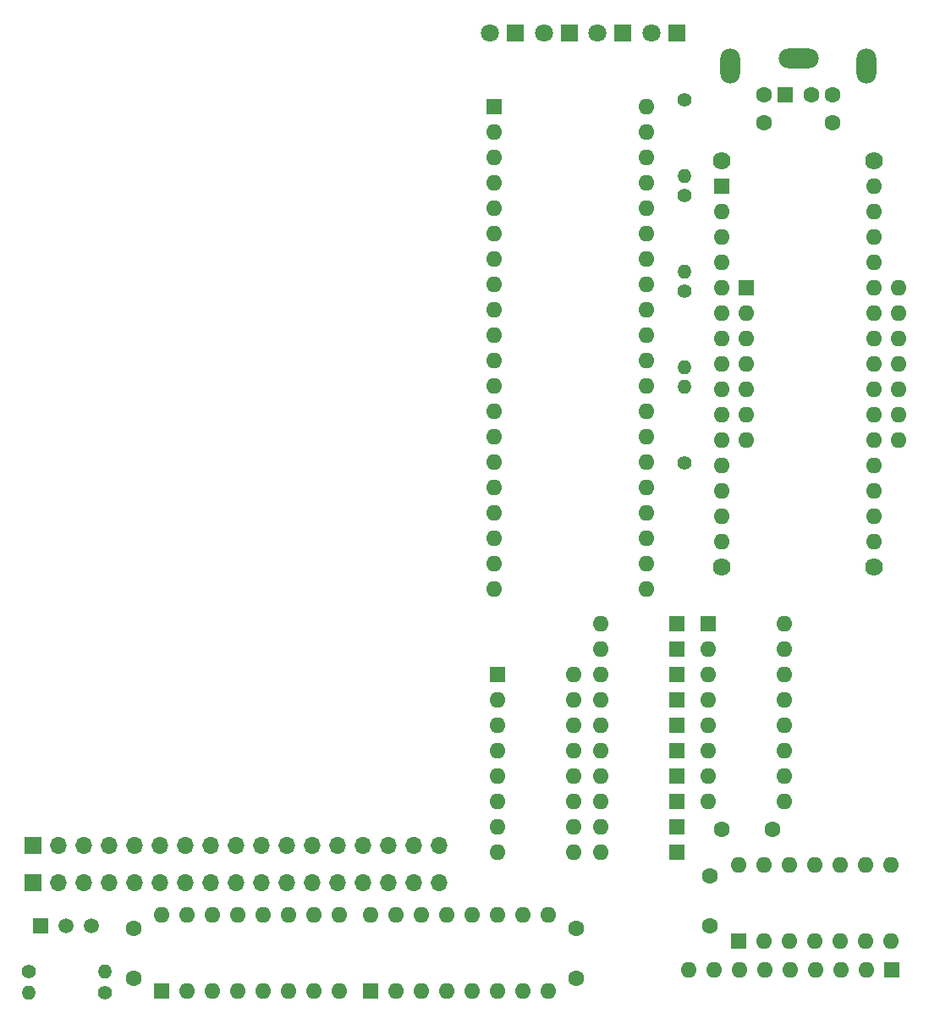
<source format=gbr>
%TF.GenerationSoftware,KiCad,Pcbnew,8.0.1*%
%TF.CreationDate,2024-06-09T23:46:05+01:00*%
%TF.ProjectId,BBC-PS2,4242432d-5053-4322-9e6b-696361645f70,rev?*%
%TF.SameCoordinates,Original*%
%TF.FileFunction,Soldermask,Top*%
%TF.FilePolarity,Negative*%
%FSLAX46Y46*%
G04 Gerber Fmt 4.6, Leading zero omitted, Abs format (unit mm)*
G04 Created by KiCad (PCBNEW 8.0.1) date 2024-06-09 23:46:05*
%MOMM*%
%LPD*%
G01*
G04 APERTURE LIST*
%ADD10C,1.780000*%
%ADD11R,1.600000X1.600000*%
%ADD12O,1.600000X1.600000*%
%ADD13C,1.600000*%
%ADD14O,2.000000X3.500000*%
%ADD15O,4.000000X2.000000*%
%ADD16C,1.400000*%
%ADD17O,1.400000X1.400000*%
%ADD18R,1.800000X1.800000*%
%ADD19C,1.800000*%
%ADD20R,1.700000X1.700000*%
%ADD21O,1.700000X1.700000*%
%ADD22R,1.500000X1.500000*%
%ADD23C,1.500000*%
G04 APERTURE END LIST*
D10*
%TO.C,U6*%
X144310000Y-43660000D03*
X144310000Y-84300000D03*
X159550000Y-43660000D03*
X159550000Y-84300000D03*
D11*
X144310000Y-46200000D03*
D12*
X144310000Y-48740000D03*
X144310000Y-51280000D03*
X144310000Y-53820000D03*
X144310000Y-56360000D03*
X144310000Y-58900000D03*
X144310000Y-61440000D03*
X144310000Y-63980000D03*
X144310000Y-66520000D03*
X144310000Y-69060000D03*
X144310000Y-71600000D03*
X144310000Y-74140000D03*
X144310000Y-76680000D03*
X144310000Y-79220000D03*
X144310000Y-81760000D03*
X159550000Y-81760000D03*
X159550000Y-79220000D03*
X159550000Y-76680000D03*
X159550000Y-74140000D03*
X159550000Y-71600000D03*
X159550000Y-69060000D03*
X159550000Y-66520000D03*
X159550000Y-63980000D03*
X159550000Y-61440000D03*
X159550000Y-58900000D03*
X159550000Y-56360000D03*
X159550000Y-53820000D03*
X159550000Y-51280000D03*
X159550000Y-48740000D03*
X159550000Y-46200000D03*
%TD*%
D11*
%TO.C,J2*%
X150709000Y-37027000D03*
D13*
X153309000Y-37027000D03*
X148609000Y-37027000D03*
X155409000Y-37027000D03*
X148609000Y-39827000D03*
X155409000Y-39827000D03*
D14*
X158859000Y-34177000D03*
D15*
X152009000Y-33377000D03*
D14*
X145159000Y-34177000D03*
%TD*%
D16*
%TO.C,R3*%
X140600000Y-47135000D03*
D17*
X140600000Y-54755000D03*
%TD*%
D18*
%TO.C,D14*%
X123650000Y-30861000D03*
D19*
X121110000Y-30861000D03*
%TD*%
D11*
%TO.C,D6*%
X139860000Y-102680000D03*
D12*
X132240000Y-102680000D03*
%TD*%
D16*
%TO.C,R6*%
X82660000Y-126875000D03*
D17*
X75040000Y-126875000D03*
%TD*%
D16*
%TO.C,R7*%
X75040000Y-124750000D03*
D17*
X82660000Y-124750000D03*
%TD*%
D11*
%TO.C,D10*%
X139860000Y-112840000D03*
D12*
X132240000Y-112840000D03*
%TD*%
D11*
%TO.C,D3*%
X139860000Y-95060000D03*
D12*
X132240000Y-95060000D03*
%TD*%
D13*
%TO.C,C4*%
X149387000Y-110520000D03*
X144387000Y-110520000D03*
%TD*%
D20*
%TO.C,J1*%
X75458000Y-115847000D03*
D21*
X77998000Y-115847000D03*
X80538000Y-115847000D03*
X83078000Y-115847000D03*
X85618000Y-115847000D03*
X88158000Y-115847000D03*
X90698000Y-115847000D03*
X93238000Y-115847000D03*
X95778000Y-115847000D03*
X98318000Y-115847000D03*
X100858000Y-115847000D03*
X103398000Y-115847000D03*
X105938000Y-115847000D03*
X108478000Y-115847000D03*
X111018000Y-115847000D03*
X113558000Y-115847000D03*
X116098000Y-115847000D03*
%TD*%
D11*
%TO.C,D7*%
X139860000Y-105220000D03*
D12*
X132240000Y-105220000D03*
%TD*%
D13*
%TO.C,C1*%
X85480000Y-120447000D03*
X85480000Y-125447000D03*
%TD*%
D11*
%TO.C,U7*%
X146835000Y-56360000D03*
D12*
X146835000Y-58900000D03*
X146835000Y-61440000D03*
X146835000Y-63980000D03*
X146835000Y-66520000D03*
X146835000Y-69060000D03*
X146835000Y-71600000D03*
X162075000Y-71600000D03*
X162075000Y-69060000D03*
X162075000Y-66520000D03*
X162075000Y-63980000D03*
X162075000Y-61440000D03*
X162075000Y-58900000D03*
X162075000Y-56360000D03*
%TD*%
D16*
%TO.C,R4*%
X140600000Y-73880000D03*
D17*
X140600000Y-66260000D03*
%TD*%
D13*
%TO.C,C3*%
X143160000Y-115225000D03*
X143160000Y-120225000D03*
%TD*%
D11*
%TO.C,U5*%
X121534000Y-38232000D03*
D12*
X121534000Y-40772000D03*
X121534000Y-43312000D03*
X121534000Y-45852000D03*
X121534000Y-48392000D03*
X121534000Y-50932000D03*
X121534000Y-53472000D03*
X121534000Y-56012000D03*
X121534000Y-58552000D03*
X121534000Y-61092000D03*
X121534000Y-63632000D03*
X121534000Y-66172000D03*
X121534000Y-68712000D03*
X121534000Y-71252000D03*
X121534000Y-73792000D03*
X121534000Y-76332000D03*
X121534000Y-78872000D03*
X121534000Y-81412000D03*
X121534000Y-83952000D03*
X121534000Y-86492000D03*
X136774000Y-86492000D03*
X136774000Y-83952000D03*
X136774000Y-81412000D03*
X136774000Y-78872000D03*
X136774000Y-76332000D03*
X136774000Y-73792000D03*
X136774000Y-71252000D03*
X136774000Y-68712000D03*
X136774000Y-66172000D03*
X136774000Y-63632000D03*
X136774000Y-61092000D03*
X136774000Y-58552000D03*
X136774000Y-56012000D03*
X136774000Y-53472000D03*
X136774000Y-50932000D03*
X136774000Y-48392000D03*
X136774000Y-45852000D03*
X136774000Y-43312000D03*
X136774000Y-40772000D03*
X136774000Y-38232000D03*
%TD*%
D22*
%TO.C,Q2*%
X76205000Y-120200000D03*
D23*
X78745000Y-120200000D03*
X81285000Y-120200000D03*
%TD*%
D18*
%TO.C,D13*%
X129068000Y-30861000D03*
D19*
X126528000Y-30861000D03*
%TD*%
D16*
%TO.C,R2*%
X140600000Y-56685000D03*
D17*
X140600000Y-64305000D03*
%TD*%
D11*
%TO.C,D1*%
X139860000Y-89980000D03*
D12*
X132240000Y-89980000D03*
%TD*%
D18*
%TO.C,D15*%
X139865000Y-30861000D03*
D19*
X137325000Y-30861000D03*
%TD*%
D11*
%TO.C,U3*%
X143025000Y-89960000D03*
D12*
X143025000Y-92500000D03*
X143025000Y-95040000D03*
X143025000Y-97580000D03*
X143025000Y-100120000D03*
X143025000Y-102660000D03*
X143025000Y-105200000D03*
X143025000Y-107740000D03*
X150645000Y-107740000D03*
X150645000Y-105200000D03*
X150645000Y-102660000D03*
X150645000Y-100120000D03*
X150645000Y-97580000D03*
X150645000Y-95040000D03*
X150645000Y-92500000D03*
X150645000Y-89960000D03*
%TD*%
D11*
%TO.C,D4*%
X139860000Y-97600000D03*
D12*
X132240000Y-97600000D03*
%TD*%
D13*
%TO.C,C2*%
X129805000Y-120447000D03*
X129805000Y-125447000D03*
%TD*%
D11*
%TO.C,SW1*%
X121925000Y-95070000D03*
D12*
X121925000Y-97610000D03*
X121925000Y-100150000D03*
X121925000Y-102690000D03*
X121925000Y-105230000D03*
X121925000Y-107770000D03*
X121925000Y-110310000D03*
X121925000Y-112850000D03*
X129545000Y-112850000D03*
X129545000Y-110310000D03*
X129545000Y-107770000D03*
X129545000Y-105230000D03*
X129545000Y-102690000D03*
X129545000Y-100150000D03*
X129545000Y-97610000D03*
X129545000Y-95070000D03*
%TD*%
D16*
%TO.C,R1*%
X140600000Y-37575000D03*
D17*
X140600000Y-45195000D03*
%TD*%
D11*
%TO.C,RN1*%
X161340000Y-124555000D03*
D12*
X158800000Y-124555000D03*
X156260000Y-124555000D03*
X153720000Y-124555000D03*
X151180000Y-124555000D03*
X148640000Y-124555000D03*
X146100000Y-124555000D03*
X143560000Y-124555000D03*
X141020000Y-124555000D03*
%TD*%
D11*
%TO.C,U1*%
X88281000Y-126747000D03*
D12*
X90821000Y-126747000D03*
X93361000Y-126747000D03*
X95901000Y-126747000D03*
X98441000Y-126747000D03*
X100981000Y-126747000D03*
X103521000Y-126747000D03*
X106061000Y-126747000D03*
X106061000Y-119127000D03*
X103521000Y-119127000D03*
X100981000Y-119127000D03*
X98441000Y-119127000D03*
X95901000Y-119127000D03*
X93361000Y-119127000D03*
X90821000Y-119127000D03*
X88281000Y-119127000D03*
%TD*%
D11*
%TO.C,D2*%
X139860000Y-92520000D03*
D12*
X132240000Y-92520000D03*
%TD*%
D20*
%TO.C,J3*%
X75460000Y-112175000D03*
D21*
X78000000Y-112175000D03*
X80540000Y-112175000D03*
X83080000Y-112175000D03*
X85620000Y-112175000D03*
X88160000Y-112175000D03*
X90700000Y-112175000D03*
X93240000Y-112175000D03*
X95780000Y-112175000D03*
X98320000Y-112175000D03*
X100860000Y-112175000D03*
X103400000Y-112175000D03*
X105940000Y-112175000D03*
X108480000Y-112175000D03*
X111020000Y-112175000D03*
X113560000Y-112175000D03*
X116100000Y-112175000D03*
%TD*%
D11*
%TO.C,U4*%
X146060000Y-121750000D03*
D12*
X148600000Y-121750000D03*
X151140000Y-121750000D03*
X153680000Y-121750000D03*
X156220000Y-121750000D03*
X158760000Y-121750000D03*
X161300000Y-121750000D03*
X161300000Y-114130000D03*
X158760000Y-114130000D03*
X156220000Y-114130000D03*
X153680000Y-114130000D03*
X151140000Y-114130000D03*
X148600000Y-114130000D03*
X146060000Y-114130000D03*
%TD*%
D11*
%TO.C,D8*%
X139860000Y-107760000D03*
D12*
X132240000Y-107760000D03*
%TD*%
D11*
%TO.C,U2*%
X109236000Y-126747000D03*
D12*
X111776000Y-126747000D03*
X114316000Y-126747000D03*
X116856000Y-126747000D03*
X119396000Y-126747000D03*
X121936000Y-126747000D03*
X124476000Y-126747000D03*
X127016000Y-126747000D03*
X127016000Y-119127000D03*
X124476000Y-119127000D03*
X121936000Y-119127000D03*
X119396000Y-119127000D03*
X116856000Y-119127000D03*
X114316000Y-119127000D03*
X111776000Y-119127000D03*
X109236000Y-119127000D03*
%TD*%
D11*
%TO.C,D5*%
X139860000Y-100140000D03*
D12*
X132240000Y-100140000D03*
%TD*%
D18*
%TO.C,D12*%
X134450000Y-30861000D03*
D19*
X131910000Y-30861000D03*
%TD*%
D11*
%TO.C,D9*%
X139860000Y-110300000D03*
D12*
X132240000Y-110300000D03*
%TD*%
M02*

</source>
